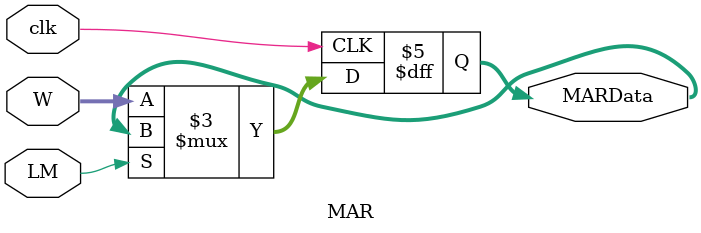
<source format=v>
module MAR(W, clk, LM, MARData);
	input [7:0] W;
	input clk, LM;
	output reg [7:0]MARData;

	
	always @(negedge clk)
		if (~LM)
			MARData <= W;
endmodule
</source>
